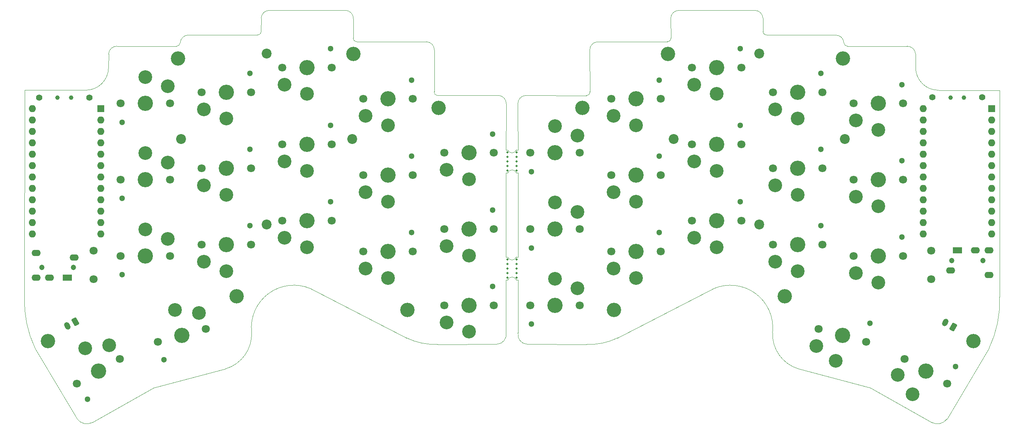
<source format=gbr>
%TF.GenerationSoftware,KiCad,Pcbnew,(6.0.6)*%
%TF.CreationDate,2022-12-06T20:45:46-06:00*%
%TF.ProjectId,roadrunner,726f6164-7275-46e6-9e65-722e6b696361,rev?*%
%TF.SameCoordinates,Original*%
%TF.FileFunction,Soldermask,Top*%
%TF.FilePolarity,Negative*%
%FSLAX46Y46*%
G04 Gerber Fmt 4.6, Leading zero omitted, Abs format (unit mm)*
G04 Created by KiCad (PCBNEW (6.0.6)) date 2022-12-06 20:45:46*
%MOMM*%
%LPD*%
G01*
G04 APERTURE LIST*
G04 Aperture macros list*
%AMRoundRect*
0 Rectangle with rounded corners*
0 $1 Rounding radius*
0 $2 $3 $4 $5 $6 $7 $8 $9 X,Y pos of 4 corners*
0 Add a 4 corners polygon primitive as box body*
4,1,4,$2,$3,$4,$5,$6,$7,$8,$9,$2,$3,0*
0 Add four circle primitives for the rounded corners*
1,1,$1+$1,$2,$3*
1,1,$1+$1,$4,$5*
1,1,$1+$1,$6,$7*
1,1,$1+$1,$8,$9*
0 Add four rect primitives between the rounded corners*
20,1,$1+$1,$2,$3,$4,$5,0*
20,1,$1+$1,$4,$5,$6,$7,0*
20,1,$1+$1,$6,$7,$8,$9,0*
20,1,$1+$1,$8,$9,$2,$3,0*%
%AMHorizOval*
0 Thick line with rounded ends*
0 $1 width*
0 $2 $3 position (X,Y) of the first rounded end (center of the circle)*
0 $4 $5 position (X,Y) of the second rounded end (center of the circle)*
0 Add line between two ends*
20,1,$1,$2,$3,$4,$5,0*
0 Add two circle primitives to create the rounded ends*
1,1,$1,$2,$3*
1,1,$1,$4,$5*%
G04 Aperture macros list end*
%TA.AperFunction,Profile*%
%ADD10C,0.050000*%
%TD*%
%TA.AperFunction,Profile*%
%ADD11C,0.100000*%
%TD*%
%ADD12C,3.200000*%
%ADD13C,2.200000*%
%ADD14C,1.300000*%
%ADD15C,3.400000*%
%ADD16C,1.800000*%
%ADD17C,3.050000*%
%ADD18RoundRect,0.250000X-0.009391X0.716266X-0.615609X0.366266X0.009391X-0.716266X0.615609X-0.366266X0*%
%ADD19HorizOval,1.200000X-0.137500X0.238157X0.137500X-0.238157X0*%
%ADD20C,1.397000*%
%ADD21C,0.500000*%
%ADD22RoundRect,0.250000X0.615609X0.366266X0.009391X0.716266X-0.615609X-0.366266X-0.009391X-0.716266X0*%
%ADD23HorizOval,1.200000X0.137500X0.238157X-0.137500X-0.238157X0*%
%ADD24O,2.000000X1.400000*%
%ADD25C,1.200000*%
%ADD26R,2.000000X1.400000*%
%ADD27C,1.000000*%
%ADD28R,1.600000X1.600000*%
%ADD29O,1.600000X1.600000*%
G04 APERTURE END LIST*
D10*
X150611500Y-64798000D02*
X150222000Y-64798000D01*
D11*
X241367578Y-38328123D02*
X241388045Y-41395419D01*
X231322000Y-112706000D02*
X215352000Y-108516000D01*
X186138747Y-35580174D02*
G75*
G03*
X186908747Y-34743691I-16547J787874D01*
G01*
X209541976Y-100305999D02*
G75*
G03*
X215352000Y-108516000I8093824J-433001D01*
G01*
X225425522Y-35841152D02*
G75*
G03*
X226262000Y-36596000I833778J83052D01*
G01*
X168888600Y-46747500D02*
X168857152Y-37466000D01*
X244952000Y-120456000D02*
X231322000Y-112706000D01*
X134990000Y-103040000D02*
X148180000Y-103020000D01*
X97606622Y-28585523D02*
X114514848Y-28586476D01*
D10*
X241388099Y-41395418D02*
G75*
G03*
X246505730Y-46396000I5059101J58518D01*
G01*
D11*
X97606621Y-28585544D02*
G75*
G03*
X95726622Y-30325523I-56621J-1824456D01*
G01*
X168118601Y-47584025D02*
G75*
G03*
X168888600Y-46747500I-16601J787925D01*
G01*
X208255905Y-34084254D02*
X223545524Y-34101152D01*
D10*
X43042001Y-92484000D02*
G75*
G03*
X45410000Y-103940000I24422759J-924460D01*
G01*
X152516499Y-64798001D02*
G75*
G03*
X150611501Y-64798000I-952499J-380999D01*
G01*
X56626270Y-46390005D02*
G75*
G03*
X61743955Y-41389419I58550J5059135D01*
G01*
D11*
X76870000Y-36589998D02*
G75*
G03*
X77706476Y-35835152I2700J837898D01*
G01*
X152861397Y-49422011D02*
X152856055Y-51234702D01*
D10*
X257722001Y-103946000D02*
G75*
G03*
X260090000Y-92490000I-22054761J10531540D01*
G01*
D11*
X116223260Y-34737691D02*
G75*
G03*
X116993253Y-35574167I786540J-48609D01*
G01*
D10*
X56626270Y-46390000D02*
X43056000Y-46390000D01*
D11*
X87780000Y-108510000D02*
X71810000Y-112700000D01*
X168142000Y-103045995D02*
G75*
G03*
X175042000Y-101616000I685800J14052795D01*
G01*
X63644421Y-36582144D02*
G75*
G03*
X61764422Y-38322123I-56621J-1824456D01*
G01*
X79586478Y-34095099D02*
G75*
G03*
X77706476Y-35835152I-56578J-1824501D01*
G01*
X134274827Y-37460000D02*
G75*
G03*
X132534848Y-35596476I-1824427J40600D01*
G01*
X79586476Y-34095152D02*
X94876095Y-34078254D01*
D10*
X152894493Y-100501022D02*
X152910000Y-88680000D01*
X248372000Y-119676000D02*
X257722000Y-103946000D01*
X152770500Y-88674000D02*
X152516500Y-88674000D01*
D11*
X134243449Y-46741503D02*
G75*
G03*
X135013400Y-47577976I786551J-48597D01*
G01*
X128090000Y-101610000D02*
X106780000Y-90650000D01*
X94876096Y-34078245D02*
G75*
G03*
X95712571Y-33308254I48604J786545D01*
G01*
X134274848Y-37460000D02*
X134243400Y-46741500D01*
X225425471Y-35841154D02*
G75*
G03*
X223545524Y-34101152I-1823371J-84446D01*
G01*
D10*
X152834000Y-59718000D02*
X152516500Y-59718000D01*
D11*
X150270519Y-49416009D02*
G75*
G03*
X148530603Y-47552487I-1824419J40609D01*
G01*
D10*
X152910000Y-59724000D02*
X152856055Y-51234702D01*
D11*
X186908747Y-34743691D02*
X186877152Y-30472476D01*
D10*
X152910000Y-88680000D02*
X152770500Y-88674000D01*
D11*
X207405378Y-30331523D02*
X207419429Y-33314254D01*
X207405399Y-30331522D02*
G75*
G03*
X205525378Y-28591523I-1823399J-84478D01*
G01*
D10*
X152910000Y-59724000D02*
X152834000Y-59718000D01*
X150611500Y-88674000D02*
X150222000Y-88674000D01*
X152834000Y-64798000D02*
X152516500Y-64798000D01*
D11*
X148180000Y-103019994D02*
G75*
G03*
X150237507Y-100495022I-66900J2155294D01*
G01*
X244952000Y-120456000D02*
G75*
G03*
X248372000Y-119676000I1262800J2350800D01*
G01*
X170597151Y-35602455D02*
G75*
G03*
X168857152Y-37466000I84449J-1822945D01*
G01*
X188617154Y-28592529D02*
G75*
G03*
X186877152Y-30472476I84446J-1823371D01*
G01*
D10*
X260076000Y-46396000D02*
X246505730Y-46396000D01*
D11*
X76870000Y-36590000D02*
X63644422Y-36582123D01*
X154601397Y-47558487D02*
X168118600Y-47583976D01*
D10*
X150222000Y-64798000D02*
X150222000Y-83594000D01*
D11*
X54760000Y-119670000D02*
G75*
G03*
X58180000Y-120450000I2157200J1570800D01*
G01*
X209542081Y-100306009D02*
G75*
G03*
X196352000Y-90656000I-9397181J994909D01*
G01*
D10*
X150611501Y-83593999D02*
G75*
G03*
X152516499Y-83594000I952499J380999D01*
G01*
X150275945Y-51228702D02*
X150222000Y-59718000D01*
D11*
X239487578Y-36588123D02*
X226262000Y-36596000D01*
X116254901Y-30466478D02*
G75*
G03*
X114514848Y-28586476I-1824501J56578D01*
G01*
D10*
X150222000Y-88674000D02*
X150237507Y-100495022D01*
X150611501Y-59717999D02*
G75*
G03*
X152516499Y-59718000I952499J380999D01*
G01*
X152910000Y-83600000D02*
X152910000Y-64804000D01*
X43056000Y-46390000D02*
X43042000Y-92484000D01*
D11*
X116993253Y-35574167D02*
X132534848Y-35596476D01*
X106780002Y-90649995D02*
G75*
G03*
X93590000Y-100300000I-3792862J-8655075D01*
G01*
D10*
X150611500Y-83594000D02*
X150222000Y-83594000D01*
D11*
X188617152Y-28592476D02*
X205525378Y-28591523D01*
X61743955Y-41389419D02*
X61764422Y-38322123D01*
X241367599Y-38328122D02*
G75*
G03*
X239487578Y-36588123I-1823399J-84478D01*
G01*
D10*
X152910000Y-64804000D02*
X152834000Y-64798000D01*
D11*
X154952000Y-103026000D02*
X168142000Y-103046000D01*
D10*
X260090000Y-92490000D02*
X260076000Y-46396000D01*
D11*
X154601393Y-47558403D02*
G75*
G03*
X152861397Y-49422011I84507J-1822997D01*
G01*
X116254848Y-30466476D02*
X116223253Y-34737691D01*
X135013400Y-47577976D02*
X148530603Y-47552487D01*
X207419420Y-33314254D02*
G75*
G03*
X208255905Y-34084254I787880J16554D01*
G01*
X150275945Y-51228702D02*
X150270603Y-49416011D01*
X87779993Y-108509977D02*
G75*
G03*
X93590000Y-100300000I-2283793J7776977D01*
G01*
X196352000Y-90656000D02*
X175042000Y-101616000D01*
D10*
X152834000Y-83594000D02*
X152516500Y-83594000D01*
D11*
X128090007Y-101609986D02*
G75*
G03*
X134990000Y-103040000I6214193J12622586D01*
G01*
D10*
X45410000Y-103940000D02*
X54760000Y-119670000D01*
D11*
X95712571Y-33308254D02*
X95726622Y-30325523D01*
X71810000Y-112700000D02*
X58180000Y-120450000D01*
D10*
X152516499Y-88674001D02*
G75*
G03*
X150611501Y-88674000I-952499J-380999D01*
G01*
X150611500Y-59718000D02*
X150222000Y-59718000D01*
X152910000Y-83600000D02*
X152834000Y-83594000D01*
D11*
X170597152Y-35602476D02*
X186138747Y-35580167D01*
X152894487Y-100501021D02*
G75*
G03*
X154952000Y-103026000I2124413J-369679D01*
G01*
D12*
%TO.C,REF\u002A\u002A*%
X167250000Y-50340000D03*
%TD*%
%TO.C,REF\u002A\u002A*%
X225250000Y-39340000D03*
%TD*%
%TO.C,REF\u002A\u002A*%
X186250000Y-38340000D03*
%TD*%
%TO.C,REF\u002A\u002A*%
X254250000Y-102340000D03*
%TD*%
%TO.C,REF\u002A\u002A*%
X174250000Y-95340000D03*
%TD*%
%TO.C,REF\u002A\u002A*%
X212250000Y-92340000D03*
%TD*%
%TO.C,*%
X225250000Y-39340000D03*
%TD*%
%TO.C,*%
X174250000Y-95340000D03*
%TD*%
%TO.C,*%
X212250000Y-92340000D03*
%TD*%
%TO.C,*%
X254250000Y-102340000D03*
%TD*%
%TO.C,*%
X225250000Y-39340000D03*
%TD*%
%TO.C,*%
X186250000Y-38340000D03*
%TD*%
%TO.C,REF\u002A\u002A*%
X135250000Y-50340000D03*
%TD*%
%TO.C,REF\u002A\u002A*%
X116250000Y-38340000D03*
%TD*%
%TO.C,REF\u002A\u002A*%
X77250000Y-39340000D03*
%TD*%
%TO.C,REF\u002A\u002A*%
X48250000Y-102340000D03*
%TD*%
%TO.C,REF\u002A\u002A*%
X128250000Y-95340000D03*
%TD*%
%TO.C,REF\u002A\u002A*%
X90250000Y-92340000D03*
%TD*%
D13*
%TO.C,REF_PUCK_R*%
X96954000Y-76282000D03*
X116004000Y-57232000D03*
X96954000Y-38182000D03*
X77904000Y-57232000D03*
%TD*%
D14*
%TO.C,SW8_r1*%
X111170000Y-54248000D03*
D15*
X105950000Y-58448000D03*
D16*
X100450000Y-58448000D03*
D17*
X100950000Y-62248000D03*
X105950000Y-64348000D03*
D16*
X111450000Y-58448000D03*
%TD*%
%TO.C,SW6_r1*%
X147494000Y-77332000D03*
D17*
X136994000Y-81132000D03*
D15*
X141994000Y-77332000D03*
D17*
X141994000Y-83232000D03*
D16*
X136494000Y-77332000D03*
D14*
X147214000Y-73132000D03*
%TD*%
%TO.C,SW16*%
X231217173Y-98326147D03*
D17*
X223560968Y-106730962D03*
D16*
X219775408Y-99608495D03*
D17*
X219274858Y-103408423D03*
D15*
X225088000Y-101032000D03*
D16*
X230400592Y-102455505D03*
%TD*%
D17*
%TO.C,SW12*%
X179118000Y-88224000D03*
D16*
X184618000Y-82324000D03*
D17*
X174118000Y-86124000D03*
D16*
X173618000Y-82324000D03*
D14*
X184338000Y-78124000D03*
D15*
X179118000Y-82324000D03*
%TD*%
D18*
%TO.C,J2*%
X54341000Y-97961800D03*
D19*
X52608949Y-98961800D03*
%TD*%
D20*
%TO.C,BatGND1*%
X256220000Y-47930000D03*
%TD*%
D13*
%TO.C,e*%
X187568000Y-57232000D03*
X206618000Y-38182000D03*
X225668000Y-57232000D03*
X206618000Y-76282000D03*
%TD*%
D17*
%TO.C,SW9_r1*%
X82962000Y-67582000D03*
D16*
X93462000Y-63782000D03*
D15*
X87962000Y-63782000D03*
D14*
X93182000Y-59582000D03*
D17*
X87962000Y-69682000D03*
D16*
X82462000Y-63782000D03*
%TD*%
D17*
%TO.C,SW12_r1*%
X118976000Y-86124000D03*
X123976000Y-88224000D03*
D16*
X129476000Y-82324000D03*
D15*
X123976000Y-82324000D03*
D16*
X118476000Y-82324000D03*
D14*
X129196000Y-78124000D03*
%TD*%
%TO.C,SW14_r1*%
X93182000Y-76600000D03*
D15*
X87962000Y-80800000D03*
D17*
X87962000Y-86700000D03*
D16*
X93462000Y-80800000D03*
D17*
X82962000Y-84600000D03*
D16*
X82462000Y-80800000D03*
%TD*%
D21*
%TO.C,mouse-bite-2mm-slot1*%
X152580000Y-88166000D03*
X152580000Y-85118000D03*
X150548000Y-85118000D03*
X150548000Y-88166000D03*
X150548000Y-86134000D03*
X152580000Y-86134000D03*
X152580000Y-87150000D03*
X150548000Y-84102000D03*
X150548000Y-87150000D03*
X152580000Y-84102000D03*
%TD*%
D20*
%TO.C,BatGNDr1*%
X57510000Y-48010000D03*
%TD*%
D16*
%TO.C,SW2_r1*%
X129476000Y-48332000D03*
D14*
X129196000Y-44132000D03*
D16*
X118476000Y-48332000D03*
D15*
X123976000Y-48332000D03*
D17*
X118976000Y-52132000D03*
X123976000Y-54232000D03*
%TD*%
D16*
%TO.C,SW7_r1*%
X129476000Y-65306000D03*
D17*
X118976000Y-69106000D03*
D15*
X123976000Y-65306000D03*
D17*
X123976000Y-71206000D03*
D14*
X129196000Y-61106000D03*
D16*
X118476000Y-65306000D03*
%TD*%
D20*
%TO.C,Bat+1*%
X245090000Y-47950000D03*
%TD*%
D21*
%TO.C,mouse-bite-2mm-slot2*%
X150548000Y-64290000D03*
X150548000Y-61242000D03*
X150548000Y-62258000D03*
X152580000Y-61242000D03*
X152580000Y-62258000D03*
X150548000Y-63274000D03*
X152580000Y-63274000D03*
X152580000Y-64290000D03*
X152580000Y-60226000D03*
X150548000Y-60226000D03*
%TD*%
D16*
%TO.C,SW10_r1*%
X75448000Y-66322000D03*
D17*
X69948000Y-60422000D03*
X74948000Y-62522000D03*
D16*
X64448000Y-66322000D03*
D15*
X69948000Y-66322000D03*
D14*
X64728000Y-70522000D03*
%TD*%
D17*
%TO.C,SW4*%
X210118000Y-50632000D03*
D16*
X209618000Y-46832000D03*
D17*
X215118000Y-52732000D03*
D15*
X215118000Y-46832000D03*
D14*
X220338000Y-42632000D03*
D16*
X220618000Y-46832000D03*
%TD*%
D22*
%TO.C,J1*%
X249731000Y-99141800D03*
D23*
X247998949Y-98141800D03*
%TD*%
D17*
%TO.C,SW10*%
X233098000Y-72222000D03*
D15*
X233098000Y-66322000D03*
D14*
X238318000Y-62122000D03*
D17*
X228098000Y-70122000D03*
D16*
X227598000Y-66322000D03*
X238598000Y-66322000D03*
%TD*%
%TO.C,SW9*%
X209618000Y-63782000D03*
D15*
X215118000Y-63782000D03*
D17*
X210118000Y-67582000D03*
D16*
X220618000Y-63782000D03*
D17*
X215118000Y-69682000D03*
D14*
X220338000Y-59582000D03*
%TD*%
D16*
%TO.C,SW2*%
X184618000Y-48332000D03*
D17*
X174118000Y-52132000D03*
D15*
X179118000Y-48332000D03*
D14*
X184338000Y-44132000D03*
D16*
X173618000Y-48332000D03*
D17*
X179118000Y-54232000D03*
%TD*%
D16*
%TO.C,SW17*%
X248411140Y-111782000D03*
X238884860Y-106282000D03*
D15*
X243648000Y-109032000D03*
D17*
X237417873Y-109822897D03*
D14*
X250268653Y-108004693D03*
D17*
X240698000Y-114141550D03*
%TD*%
%TO.C,SW17_r1*%
X56530000Y-103922450D03*
X61910127Y-103241103D03*
D14*
X57059347Y-115279307D03*
D15*
X59480000Y-109032000D03*
D16*
X64243140Y-106282000D03*
X54716860Y-111782000D03*
%TD*%
D17*
%TO.C,SW1_r1*%
X136994000Y-64132000D03*
D14*
X147214000Y-56132000D03*
D16*
X136494000Y-60332000D03*
D15*
X141994000Y-60332000D03*
D16*
X147494000Y-60332000D03*
D17*
X141994000Y-66232000D03*
%TD*%
D16*
%TO.C,SW6*%
X166618000Y-77332000D03*
D17*
X166118000Y-73532000D03*
D16*
X155618000Y-77332000D03*
D15*
X161118000Y-77332000D03*
D14*
X155898000Y-81532000D03*
D17*
X161118000Y-71432000D03*
%TD*%
D16*
%TO.C,SW14*%
X220618000Y-80800000D03*
D17*
X210118000Y-84600000D03*
D15*
X215118000Y-80800000D03*
D17*
X215118000Y-86700000D03*
D16*
X209618000Y-80800000D03*
D14*
X220338000Y-76600000D03*
%TD*%
D17*
%TO.C,SW15*%
X233098000Y-89240000D03*
X228098000Y-87140000D03*
D16*
X238598000Y-83340000D03*
X227598000Y-83340000D03*
D14*
X238318000Y-79140000D03*
D15*
X233098000Y-83340000D03*
%TD*%
D17*
%TO.C,SW1*%
X161118000Y-54432000D03*
D15*
X161118000Y-60332000D03*
D16*
X166618000Y-60332000D03*
X155618000Y-60332000D03*
D14*
X155898000Y-64532000D03*
D17*
X166118000Y-56532000D03*
%TD*%
D16*
%TO.C,SW5_r1*%
X64448000Y-49332000D03*
D15*
X69948000Y-49332000D03*
D16*
X75448000Y-49332000D03*
D17*
X69948000Y-43432000D03*
X74948000Y-45532000D03*
D14*
X64728000Y-53532000D03*
%TD*%
D17*
%TO.C,SW8*%
X192118000Y-62248000D03*
X197118000Y-64348000D03*
D14*
X202338000Y-54248000D03*
D15*
X197118000Y-58448000D03*
D16*
X202618000Y-58448000D03*
X191618000Y-58448000D03*
%TD*%
D14*
%TO.C,SW7*%
X184338000Y-61106000D03*
D17*
X179118000Y-71206000D03*
D15*
X179118000Y-65306000D03*
D16*
X173618000Y-65306000D03*
D17*
X174118000Y-69106000D03*
D16*
X184618000Y-65306000D03*
%TD*%
D17*
%TO.C,SW13_r1*%
X105950000Y-81366000D03*
D15*
X105950000Y-75466000D03*
D14*
X111170000Y-71266000D03*
D16*
X100450000Y-75466000D03*
X111450000Y-75466000D03*
D17*
X100950000Y-79266000D03*
%TD*%
D15*
%TO.C,SW16_r1*%
X78040000Y-101032000D03*
D16*
X83352592Y-99608495D03*
X72727408Y-102455505D03*
D17*
X81886117Y-96067387D03*
D14*
X74084907Y-106439924D03*
D17*
X76512968Y-95333038D03*
%TD*%
D16*
%TO.C,SW5*%
X238618000Y-49332000D03*
D17*
X233118000Y-55232000D03*
X228118000Y-53132000D03*
D16*
X227618000Y-49332000D03*
D14*
X238338000Y-45132000D03*
D15*
X233118000Y-49332000D03*
%TD*%
D16*
%TO.C,SW4_r1*%
X82462000Y-46832000D03*
D15*
X87962000Y-46832000D03*
D16*
X93462000Y-46832000D03*
D17*
X87962000Y-52732000D03*
D14*
X93182000Y-42632000D03*
D17*
X82962000Y-50632000D03*
%TD*%
D15*
%TO.C,SW3*%
X197118000Y-41332000D03*
D17*
X197118000Y-47232000D03*
D14*
X202338000Y-37132000D03*
D17*
X192118000Y-45132000D03*
D16*
X191618000Y-41332000D03*
X202618000Y-41332000D03*
%TD*%
D24*
%TO.C,TRRS1*%
X257700000Y-87607500D03*
D25*
X256400000Y-84407500D03*
X249400000Y-84407500D03*
D24*
X254700000Y-82107500D03*
X257700000Y-82107500D03*
X249200000Y-86607500D03*
D26*
X250700000Y-82107500D03*
%TD*%
D16*
%TO.C,RSW1*%
X244856000Y-82144000D03*
X244856000Y-88544000D03*
%TD*%
%TO.C,SW11*%
X166618000Y-94332000D03*
D17*
X166118000Y-90532000D03*
D16*
X155618000Y-94332000D03*
D15*
X161118000Y-94332000D03*
D14*
X155898000Y-98532000D03*
D17*
X161118000Y-88432000D03*
%TD*%
D14*
%TO.C,SW3_r1*%
X111170000Y-37132000D03*
D16*
X100450000Y-41332000D03*
X111450000Y-41332000D03*
D17*
X100950000Y-45132000D03*
X105950000Y-47232000D03*
D15*
X105950000Y-41332000D03*
%TD*%
D25*
%TO.C,TRRS2*%
X46900000Y-85872500D03*
D24*
X45600000Y-82672500D03*
D25*
X53900000Y-85872500D03*
D24*
X48600000Y-88172500D03*
X45600000Y-88172500D03*
X54100000Y-83672500D03*
D26*
X52600000Y-88172500D03*
%TD*%
D17*
%TO.C,SW13*%
X192118000Y-79266000D03*
X197118000Y-81366000D03*
D15*
X197118000Y-75466000D03*
D14*
X202338000Y-71266000D03*
D16*
X202618000Y-75466000D03*
X191618000Y-75466000D03*
%TD*%
%TO.C,RSW2*%
X58420000Y-88544000D03*
X58420000Y-82144000D03*
%TD*%
%TO.C,SW15_r1*%
X75448000Y-83340000D03*
D14*
X64728000Y-87540000D03*
D16*
X64448000Y-83340000D03*
D17*
X69948000Y-77440000D03*
X74948000Y-79540000D03*
D15*
X69948000Y-83340000D03*
%TD*%
%TO.C,SW11_r1*%
X141994000Y-94332000D03*
D14*
X147214000Y-90132000D03*
D16*
X147494000Y-94332000D03*
X136494000Y-94332000D03*
D17*
X136994000Y-98132000D03*
X141994000Y-100232000D03*
%TD*%
D20*
%TO.C,Bat+r1*%
X46320000Y-48030000D03*
%TD*%
D27*
%TO.C,SW_POWER1*%
X249152000Y-48040000D03*
X252152000Y-48040000D03*
%TD*%
%TO.C,SW_POWERR1*%
X53412000Y-48034000D03*
X50412000Y-48034000D03*
%TD*%
D28*
%TO.C,U2*%
X60016000Y-50477000D03*
D29*
X60016000Y-53017000D03*
X60016000Y-55557000D03*
X60016000Y-58097000D03*
X60016000Y-60637000D03*
X60016000Y-63177000D03*
X60016000Y-65717000D03*
X60016000Y-68257000D03*
X60016000Y-70797000D03*
X60016000Y-73337000D03*
X60016000Y-75877000D03*
X60016000Y-78417000D03*
X44776000Y-78417000D03*
X44776000Y-75877000D03*
X44776000Y-73337000D03*
X44776000Y-70797000D03*
X44776000Y-68257000D03*
X44776000Y-65717000D03*
X44776000Y-63177000D03*
X44776000Y-60637000D03*
X44776000Y-58097000D03*
X44776000Y-55557000D03*
X44776000Y-53017000D03*
X44776000Y-50477000D03*
%TD*%
%TO.C,U1*%
X243080000Y-50470000D03*
X243080000Y-53010000D03*
X243080000Y-55550000D03*
X243080000Y-58090000D03*
X243080000Y-60630000D03*
X243080000Y-63170000D03*
X243080000Y-65710000D03*
X243080000Y-68250000D03*
X243080000Y-70790000D03*
X243080000Y-73330000D03*
X243080000Y-75870000D03*
X243080000Y-78410000D03*
X258320000Y-78410000D03*
X258320000Y-75870000D03*
X258320000Y-73330000D03*
X258320000Y-70790000D03*
X258320000Y-68250000D03*
X258320000Y-65710000D03*
X258320000Y-63170000D03*
X258320000Y-60630000D03*
X258320000Y-58090000D03*
X258320000Y-55550000D03*
X258320000Y-53010000D03*
D28*
X258320000Y-50470000D03*
%TD*%
M02*

</source>
